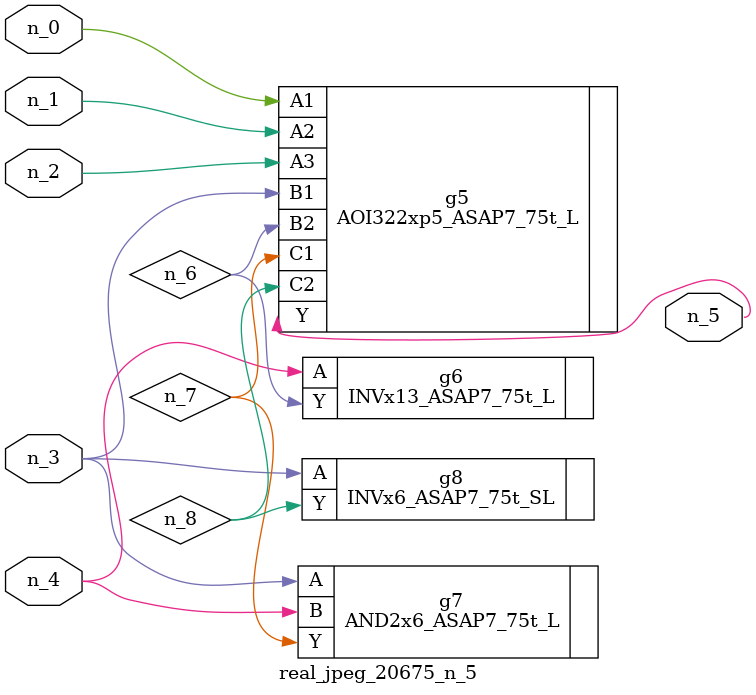
<source format=v>
module real_jpeg_20675_n_5 (n_4, n_0, n_1, n_2, n_3, n_5);

input n_4;
input n_0;
input n_1;
input n_2;
input n_3;

output n_5;

wire n_8;
wire n_6;
wire n_7;

AOI322xp5_ASAP7_75t_L g5 ( 
.A1(n_0),
.A2(n_1),
.A3(n_2),
.B1(n_3),
.B2(n_6),
.C1(n_7),
.C2(n_8),
.Y(n_5)
);

AND2x6_ASAP7_75t_L g7 ( 
.A(n_3),
.B(n_4),
.Y(n_7)
);

INVx6_ASAP7_75t_SL g8 ( 
.A(n_3),
.Y(n_8)
);

INVx13_ASAP7_75t_L g6 ( 
.A(n_4),
.Y(n_6)
);


endmodule
</source>
